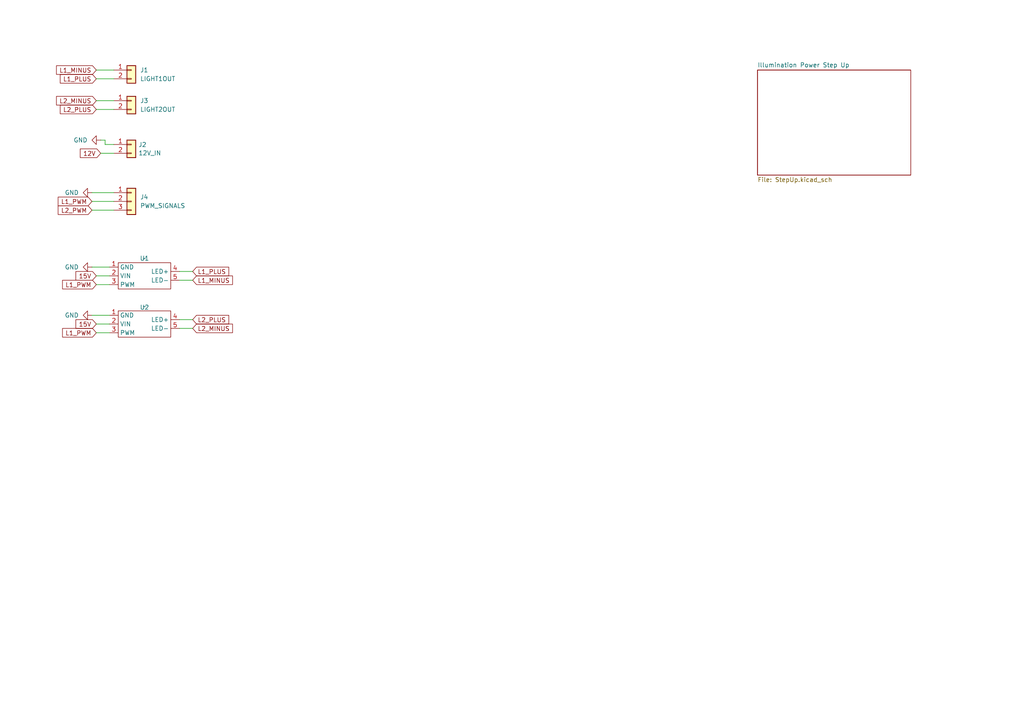
<source format=kicad_sch>
(kicad_sch (version 20231120) (generator "eeschema") (generator_version "8.0")
  (paper "A4")
  (lib_symbols
    (symbol "ATMARS_ILLUMINATION_PROJECT:DWE_LED_DRIVER"
      (property "Reference" "U" (at -0.508 -4.826 0))
      (symbol "DWE_LED_DRIVER_0_1"
        (polyline (pts (xy -7.62 3.81) (xy -7.62 -3.81) (xy 7.62 -3.81) (xy 7.62 3.81) (xy -7.62 3.81)))
      )
      (symbol "DWE_LED_DRIVER_1_1"
        (pin power_in line (at -10.16 2.54 0) (length 2.54) (name "GND") (number "1"))
        (pin power_in line (at -10.16 0 0) (length 2.54) (name "VIN") (number "2"))
        (pin input line (at -10.16 -2.54 0) (length 2.54) (name "PWM") (number "3"))
        (pin input line (at 10.16 1.27 180) (length 2.54) (name "LED+") (number "4"))
        (pin input line (at 10.16 -1.27 180) (length 2.54) (name "LED-") (number "5"))
      )
    )
    (symbol "Connector_Generic:Conn_01x02" (pin_names (offset 1.016) hide)
      (property "Reference" "J" (at 0 2.54 0))
      (property "Value" "Conn_01x02" (at 0 -5.08 0))
      (symbol "Conn_01x02_1_1"
        (rectangle (start -1.27 -2.413) (end 0 -2.667) (stroke (width 0.1524)))
        (rectangle (start -1.27 0.127) (end 0 -0.127) (stroke (width 0.1524)))
        (rectangle (start -1.27 1.27) (end 1.27 -3.81) (stroke (width 0.254)) (fill (type background)))
        (pin passive line (at -5.08 0 0) (length 3.81) (name "Pin_1") (number "1"))
        (pin passive line (at -5.08 -2.54 0) (length 3.81) (name "Pin_2") (number "2"))
      )
    )
    (symbol "Connector_Generic:Conn_01x03" (pin_names (offset 1.016) hide)
      (property "Reference" "J" (at 0 5.08 0))
      (property "Value" "Conn_01x03" (at 0 -5.08 0))
      (symbol "Conn_01x03_1_1"
        (rectangle (start -1.27 -2.413) (end 0 -2.667) (stroke (width 0.1524)))
        (rectangle (start -1.27 0.127) (end 0 -0.127) (stroke (width 0.1524)))
        (rectangle (start -1.27 2.667) (end 0 2.413) (stroke (width 0.1524)))
        (rectangle (start -1.27 3.81) (end 1.27 -3.81) (stroke (width 0.254)) (fill (type background)))
        (pin passive line (at -5.08 2.54 0) (length 3.81) (name "Pin_1") (number "1"))
        (pin passive line (at -5.08 0 0) (length 3.81) (name "Pin_2") (number "2"))
        (pin passive line (at -5.08 -2.54 0) (length 3.81) (name "Pin_3") (number "3"))
      )
    )
    (symbol "power:GND" (power) (pin_numbers hide) (pin_names (offset 0) hide)
      (property "Value" "GND" (at 0 -3.81 0))
      (symbol "GND_0_1"
        (polyline (pts (xy 0 0) (xy 0 -1.27) (xy 1.27 -1.27) (xy 0 -2.54) (xy -1.27 -1.27) (xy 0 -1.27)))
      )
      (symbol "GND_1_1"
        (pin power_in line (at 0 0 270) (length 0) (name "~") (number "1"))
      )
    )
  )
  (wire (pts (xy 26.67 58.42) (xy 33.02 58.42)))
  (wire (pts (xy 29.21 40.64) (xy 30.48 40.64)))
  (wire (pts (xy 30.48 40.64) (xy 30.48 41.91)))
  (wire (pts (xy 33.02 41.91) (xy 30.48 41.91)))
  (wire (pts (xy 52.07 81.28) (xy 55.88 81.28)))
  (wire (pts (xy 27.94 93.98) (xy 31.75 93.98)))
  (wire (pts (xy 26.67 55.88) (xy 33.02 55.88)))
  (wire (pts (xy 26.67 77.47) (xy 31.75 77.47)))
  (wire (pts (xy 27.94 82.55) (xy 31.75 82.55)))
  (wire (pts (xy 27.94 20.32) (xy 33.02 20.32)))
  (wire (pts (xy 27.94 80.01) (xy 31.75 80.01)))
  (wire (pts (xy 27.94 22.86) (xy 33.02 22.86)))
  (wire (pts (xy 29.21 44.45) (xy 33.02 44.45)))
  (wire (pts (xy 52.07 78.74) (xy 55.88 78.74)))
  (wire (pts (xy 27.94 31.75) (xy 33.02 31.75)))
  (wire (pts (xy 52.07 92.71) (xy 55.88 92.71)))
  (wire (pts (xy 52.07 95.25) (xy 55.88 95.25)))
  (wire (pts (xy 26.67 60.96) (xy 33.02 60.96)))
  (wire (pts (xy 27.94 29.21) (xy 33.02 29.21)))
  (wire (pts (xy 26.67 91.44) (xy 31.75 91.44)))
  (wire (pts (xy 27.94 96.52) (xy 31.75 96.52)))
  (global_label "15V" (shape input) (at 27.94 80.01 180) (property "Intersheetrefs" "${INTERSHEET_REFS}" (effects (hide yes))))
  (global_label "L2_MINUS" (shape input) (at 27.94 29.21 180) (property "Intersheetrefs" "${INTERSHEET_REFS}" (effects (hide yes))))
  (global_label "L2_MINUS" (shape input) (at 55.88 95.25 0) (property "Intersheetrefs" "${INTERSHEET_REFS}" (effects (hide yes))))
  (global_label "12V" (shape input) (at 29.21 44.45 180) (property "Intersheetrefs" "${INTERSHEET_REFS}" (effects (hide yes))))
  (global_label "L1_PWM" (shape input) (at 27.94 96.52 180) (property "Intersheetrefs" "${INTERSHEET_REFS}" (effects (hide yes))))
  (global_label "L1_MINUS" (shape input) (at 55.88 81.28 0) (property "Intersheetrefs" "${INTERSHEET_REFS}" (effects (hide yes))))
  (global_label "L2_PLUS" (shape input) (at 55.88 92.71 0) (property "Intersheetrefs" "${INTERSHEET_REFS}" (effects (hide yes))))
  (global_label "L1_MINUS" (shape input) (at 27.94 20.32 180) (property "Intersheetrefs" "${INTERSHEET_REFS}" (effects (hide yes))))
  (global_label "L1_PWM" (shape input) (at 26.67 58.42 180) (property "Intersheetrefs" "${INTERSHEET_REFS}" (effects (hide yes))))
  (global_label "L1_PLUS" (shape input) (at 27.94 22.86 180) (property "Intersheetrefs" "${INTERSHEET_REFS}" (effects (hide yes))))
  (global_label "L2_PLUS" (shape input) (at 27.94 31.75 180) (property "Intersheetrefs" "${INTERSHEET_REFS}" (effects (hide yes))))
  (global_label "15V" (shape input) (at 27.94 93.98 180) (property "Intersheetrefs" "${INTERSHEET_REFS}" (effects (hide yes))))
  (global_label "L2_PWM" (shape input) (at 26.67 60.96 180) (property "Intersheetrefs" "${INTERSHEET_REFS}" (effects (hide yes))))
  (global_label "L1_PWM" (shape input) (at 27.94 82.55 180) (property "Intersheetrefs" "${INTERSHEET_REFS}" (effects (hide yes))))
  (global_label "L1_PLUS" (shape input) (at 55.88 78.74 0) (property "Intersheetrefs" "${INTERSHEET_REFS}" (effects (hide yes))))
  (symbol (lib_id "power:GND") (at 26.67 91.44 270) (unit 1)
    (property "Reference" "#PWR04" (effects (hide yes)))
    (property "Value" "GND" (at 22.86 91.4399 90) (effects (justify right)))
    (property "Description" "Power symbol creates a global label with name \"GND\" , ground" (effects (hide yes)))
  )
  (symbol (lib_id "Connector_Generic:Conn_01x03") (at 38.1 58.42 0) (unit 1)
    (property "Reference" "J4" (at 40.64 57.1499 0) (effects (justify left)))
    (property "Value" "PWM_SIGNALS" (at 40.64 59.6899 0) (effects (justify left)))
    (property "Description" "Generic connector, single row, 01x03, script generated (kicad-library-utils/schlib/autogen/connector/)" (effects (hide yes)))
  )
  (symbol (lib_id "power:GND") (at 26.67 55.88 270) (unit 1)
    (property "Reference" "#PWR02" (effects (hide yes)))
    (property "Value" "GND" (at 22.86 55.8799 90) (effects (justify right)))
    (property "Description" "Power symbol creates a global label with name \"GND\" , ground" (effects (hide yes)))
  )
  (symbol (lib_id "ATMARS_ILLUMINATION_PROJECT:DWE_LED_DRIVER") (at 41.91 93.98 0) (unit 1)
    (property "Reference" "U2" (at 41.91 89.154 0))
    (property "Value" "~" (at 41.91 88.9 0))
    (property "Footprint" "ATMARS_ILLUMINATION:DWE_DRIVER" (effects (hide yes)))
  )
  (symbol (lib_id "ATMARS_ILLUMINATION_PROJECT:DWE_LED_DRIVER") (at 41.91 80.01 0) (unit 1)
    (property "Reference" "U1" (at 41.91 74.93 0))
    (property "Value" "~" (at 41.91 74.93 0))
    (property "Footprint" "ATMARS_ILLUMINATION:DWE_DRIVER" (effects (hide yes)))
  )
  (symbol (lib_id "power:GND") (at 26.67 77.47 270) (unit 1)
    (property "Reference" "#PWR03" (effects (hide yes)))
    (property "Value" "GND" (at 22.86 77.4699 90) (effects (justify right)))
    (property "Description" "Power symbol creates a global label with name \"GND\" , ground" (effects (hide yes)))
  )
  (symbol (lib_id "Connector_Generic:Conn_01x02") (at 38.1 41.91 0) (unit 1)
    (property "Reference" "J2" (at 40.132 41.9678 0) (effects (justify left)))
    (property "Value" "12V_IN" (at 40.132 44.3921 0) (effects (justify left)))
    (property "Footprint" "Connector_Molex:Molex_Mini-Fit_Jr_5566-02A_2x01_P4.20mm_Vertical" (effects (hide yes)))
    (property "Description" "Generic connector, single row, 01x02, script generated (kicad-library-utils/schlib/autogen/connector/)" (effects (hide yes)))
  )
  (symbol (lib_id "Connector_Generic:Conn_01x02") (at 38.1 29.21 0) (unit 1)
    (property "Reference" "J3" (at 40.64 29.2099 0) (effects (justify left)))
    (property "Value" "LIGHT2OUT" (at 40.64 31.7499 0) (effects (justify left)))
    (property "Description" "Generic connector, single row, 01x02, script generated (kicad-library-utils/schlib/autogen/connector/)" (effects (hide yes)))
  )
  (symbol (lib_id "Connector_Generic:Conn_01x02") (at 38.1 20.32 0) (unit 1)
    (property "Reference" "J1" (at 40.64 20.3199 0) (effects (justify left)))
    (property "Value" "LIGHT1OUT" (at 40.64 22.8599 0) (effects (justify left)))
    (property "Description" "Generic connector, single row, 01x02, script generated (kicad-library-utils/schlib/autogen/connector/)" (effects (hide yes)))
  )
  (symbol (lib_id "power:GND") (at 29.21 40.64 270) (unit 1)
    (property "Reference" "#PWR01" (effects (hide yes)))
    (property "Value" "GND" (at 25.4 40.6399 90) (effects (justify right)))
    (property "Description" "Power symbol creates a global label with name \"GND\" , ground" (effects (hide yes)))
  )
  (sheet (at 219.71 20.32) (size 44.45 30.48) (stroke (width 0.1524))
    (property "Sheetname" "Illumination Power Step Up" (at 219.71 19.6084 0) (effects (justify left bottom)))
    (property "Sheetfile" "StepUp.kicad_sch" (at 219.71 51.3846 0) (effects (justify left top)))
  )
)
</source>
